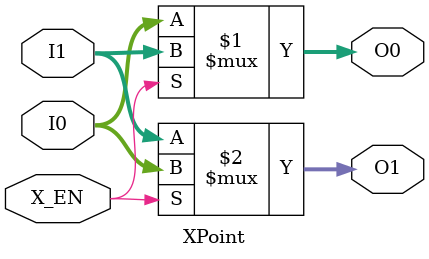
<source format=sv>
module XPoint #(parameter DW=9) (
    input  logic  X_EN

  , input  logic [DW-1 : 0] I0
  , input  logic [DW-1 : 0] I1

  , output logic [DW-1 : 0] O0
  , output logic [DW-1 : 0] O1
);

  assign O0 = X_EN ? I1 : I0;
  assign O1 = X_EN ? I0 : I1;

endmodule

</source>
